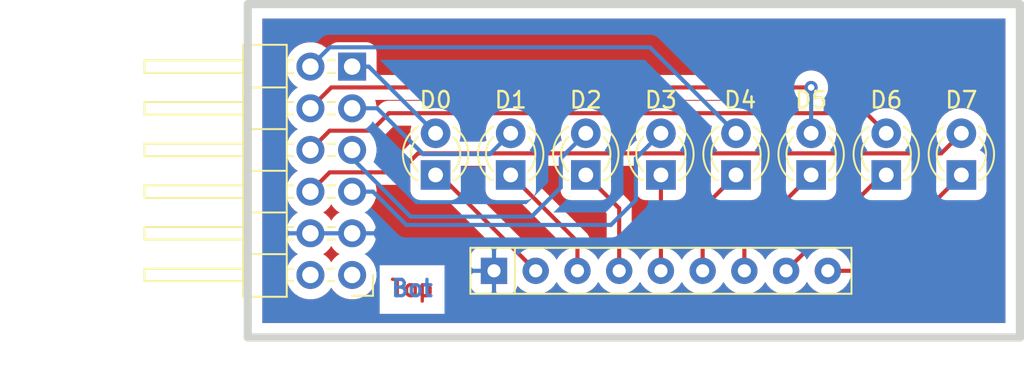
<source format=kicad_pcb>
(kicad_pcb (version 20221018) (generator pcbnew)
  (title_block (title "LED-Pmod") (date "2021-03-07") (rev "1.0") (company "Kampis-Elektroecke") (comment 4 "Author: Ing. Daniel Kampert"))
  (layers (0 "F.Cu" signal) (31 "B.Cu" signal) (34 "B.Paste" user) (35 "F.Paste" user) (36 "B.SilkS" user "B.Silkscreen") (37 "F.SilkS" user "F.Silkscreen") (38 "B.Mask" user) (39 "F.Mask" user) (44 "Edge.Cuts" user))
  (net 0 "")
  (net 1 "Net-(X1-Pad6)")
  (net 2 "Net-(X1-Pad12)")
  (net 3 "Net-(D1-Pad2)")
  (net 4 "Net-(D1-Pad1)")
  (net 5 "Net-(D2-Pad2)")
  (net 6 "Net-(D2-Pad1)")
  (net 7 "Net-(D3-Pad2)")
  (net 8 "Net-(D3-Pad1)")
  (net 9 "Net-(D4-Pad2)")
  (net 10 "Net-(D4-Pad1)")
  (net 11 "Net-(D5-Pad2)")
  (net 12 "Net-(D5-Pad1)")
  (net 13 "Net-(D6-Pad2)")
  (net 14 "Net-(D6-Pad1)")
  (net 15 "Net-(D7-Pad2)")
  (net 16 "Net-(D7-Pad1)")
  (net 17 "Net-(D8-Pad2)")
  (net 18 "Net-(D8-Pad1)")
  (net 19 "GND")
  (footprint "LED_THT:LED_D3.0mm" (layer "F.Cu") (at 150.43 94.094 90)
    (fp_text reference "D1")
    (fp_text value "~")
    (fp_line (start -0.29 -1.236) (end -0.29 -1.08) (stroke (width 0.12)) (layer "F.SilkS"))
    (fp_line (start -0.29 1.08) (end -0.29 1.236) (stroke (width 0.12)) (layer "F.SilkS"))
    (fp_arc (start -0.29 -1.235516) (mid 1.366487 -1.987659) (end 2.942335 -1.078608) (stroke (width 0.12)) (layer "F.SilkS"))
    (fp_arc (start 0.229039 -1.08) (mid 1.270117 -1.5) (end 2.31113 -1.079837) (stroke (width 0.12)) (layer "F.SilkS"))
    (fp_arc (start 2.31113 1.079837) (mid 1.270117 1.5) (end 0.229039 1.08) (stroke (width 0.12)) (layer "F.SilkS"))
    (fp_arc (start 2.942335 1.078608) (mid 1.366487 1.987659) (end -0.29 1.235516) (stroke (width 0.12)) (layer "F.SilkS"))
    (pad "1" thru_hole rect (at 0 0 90) (size 1.8 1.8) (drill 0.9) (layers "*.Cu" "*.Mask") (net 4 "Net-(D1-Pad1)"))
    (pad "2" thru_hole circle (at 2.54 0 90) (size 1.8 1.8) (drill 0.9) (layers "*.Cu" "*.Mask") (net 3 "Net-(D1-Pad2)"))
  )
  (footprint "LED_THT:LED_D3.0mm" (layer "F.Cu") (at 155.002 94.094 90)
    (fp_text reference "D2")
    (fp_text value "~")
    (fp_line (start -0.29 -1.236) (end -0.29 -1.08) (stroke (width 0.12)) (layer "F.SilkS"))
    (fp_line (start -0.29 1.08) (end -0.29 1.236) (stroke (width 0.12)) (layer "F.SilkS"))
    (fp_arc (start -0.29 -1.235516) (mid 1.366487 -1.987659) (end 2.942335 -1.078608) (stroke (width 0.12)) (layer "F.SilkS"))
    (fp_arc (start 0.229039 -1.08) (mid 1.270117 -1.5) (end 2.31113 -1.079837) (stroke (width 0.12)) (layer "F.SilkS"))
    (fp_arc (start 2.31113 1.079837) (mid 1.270117 1.5) (end 0.229039 1.08) (stroke (width 0.12)) (layer "F.SilkS"))
    (fp_arc (start 2.942335 1.078608) (mid 1.366487 1.987659) (end -0.29 1.235516) (stroke (width 0.12)) (layer "F.SilkS"))
    (pad "1" thru_hole rect (at 0 0 90) (size 1.8 1.8) (drill 0.9) (layers "*.Cu" "*.Mask") (net 6 "Net-(D2-Pad1)"))
    (pad "2" thru_hole circle (at 2.54 0 90) (size 1.8 1.8) (drill 0.9) (layers "*.Cu" "*.Mask") (net 5 "Net-(D2-Pad2)"))
  )
  (footprint "LED_THT:LED_D3.0mm" (layer "F.Cu") (at 159.574 94.094 90)
    (fp_text reference "D3")
    (fp_text value "~")
    (fp_line (start -0.29 -1.236) (end -0.29 -1.08) (stroke (width 0.12)) (layer "F.SilkS"))
    (fp_line (start -0.29 1.08) (end -0.29 1.236) (stroke (width 0.12)) (layer "F.SilkS"))
    (fp_arc (start -0.29 -1.235516) (mid 1.366487 -1.987659) (end 2.942335 -1.078608) (stroke (width 0.12)) (layer "F.SilkS"))
    (fp_arc (start 0.229039 -1.08) (mid 1.270117 -1.5) (end 2.31113 -1.079837) (stroke (width 0.12)) (layer "F.SilkS"))
    (fp_arc (start 2.31113 1.079837) (mid 1.270117 1.5) (end 0.229039 1.08) (stroke (width 0.12)) (layer "F.SilkS"))
    (fp_arc (start 2.942335 1.078608) (mid 1.366487 1.987659) (end -0.29 1.235516) (stroke (width 0.12)) (layer "F.SilkS"))
    (pad "1" thru_hole rect (at 0 0 90) (size 1.8 1.8) (drill 0.9) (layers "*.Cu" "*.Mask") (net 8 "Net-(D3-Pad1)"))
    (pad "2" thru_hole circle (at 2.54 0 90) (size 1.8 1.8) (drill 0.9) (layers "*.Cu" "*.Mask") (net 7 "Net-(D3-Pad2)"))
  )
  (footprint "LED_THT:LED_D3.0mm" (layer "F.Cu") (at 164.146 94.094 90)
    (fp_text reference "D4")
    (fp_text value "~")
    (fp_line (start -0.29 -1.236) (end -0.29 -1.08) (stroke (width 0.12)) (layer "F.SilkS"))
    (fp_line (start -0.29 1.08) (end -0.29 1.236) (stroke (width 0.12)) (layer "F.SilkS"))
    (fp_arc (start -0.29 -1.235516) (mid 1.366487 -1.987659) (end 2.942335 -1.078608) (stroke (width 0.12)) (layer "F.SilkS"))
    (fp_arc (start 0.229039 -1.08) (mid 1.270117 -1.5) (end 2.31113 -1.079837) (stroke (width 0.12)) (layer "F.SilkS"))
    (fp_arc (start 2.31113 1.079837) (mid 1.270117 1.5) (end 0.229039 1.08) (stroke (width 0.12)) (layer "F.SilkS"))
    (fp_arc (start 2.942335 1.078608) (mid 1.366487 1.987659) (end -0.29 1.235516) (stroke (width 0.12)) (layer "F.SilkS"))
    (pad "1" thru_hole rect (at 0 0 90) (size 1.8 1.8) (drill 0.9) (layers "*.Cu" "*.Mask") (net 10 "Net-(D4-Pad1)"))
    (pad "2" thru_hole circle (at 2.54 0 90) (size 1.8 1.8) (drill 0.9) (layers "*.Cu" "*.Mask") (net 9 "Net-(D4-Pad2)"))
  )
  (footprint "LED_THT:LED_D3.0mm" (layer "F.Cu") (at 168.718 94.094 90)
    (fp_text reference "D5")
    (fp_text value "~")
    (fp_line (start -0.29 -1.236) (end -0.29 -1.08) (stroke (width 0.12)) (layer "F.SilkS"))
    (fp_line (start -0.29 1.08) (end -0.29 1.236) (stroke (width 0.12)) (layer "F.SilkS"))
    (fp_arc (start -0.29 -1.235516) (mid 1.366487 -1.987659) (end 2.942335 -1.078608) (stroke (width 0.12)) (layer "F.SilkS"))
    (fp_arc (start 0.229039 -1.08) (mid 1.270117 -1.5) (end 2.31113 -1.079837) (stroke (width 0.12)) (layer "F.SilkS"))
    (fp_arc (start 2.31113 1.079837) (mid 1.270117 1.5) (end 0.229039 1.08) (stroke (width 0.12)) (layer "F.SilkS"))
    (fp_arc (start 2.942335 1.078608) (mid 1.366487 1.987659) (end -0.29 1.235516) (stroke (width 0.12)) (layer "F.SilkS"))
    (pad "1" thru_hole rect (at 0 0 90) (size 1.8 1.8) (drill 0.9) (layers "*.Cu" "*.Mask") (net 12 "Net-(D5-Pad1)"))
    (pad "2" thru_hole circle (at 2.54 0 90) (size 1.8 1.8) (drill 0.9) (layers "*.Cu" "*.Mask") (net 11 "Net-(D5-Pad2)"))
  )
  (footprint "LED_THT:LED_D3.0mm" (layer "F.Cu") (at 173.29 94.094 90)
    (fp_text reference "D6")
    (fp_text value "~")
    (fp_line (start -0.29 -1.236) (end -0.29 -1.08) (stroke (width 0.12)) (layer "F.SilkS"))
    (fp_line (start -0.29 1.08) (end -0.29 1.236) (stroke (width 0.12)) (layer "F.SilkS"))
    (fp_arc (start -0.29 -1.235516) (mid 1.366487 -1.987659) (end 2.942335 -1.078608) (stroke (width 0.12)) (layer "F.SilkS"))
    (fp_arc (start 0.229039 -1.08) (mid 1.270117 -1.5) (end 2.31113 -1.079837) (stroke (width 0.12)) (layer "F.SilkS"))
    (fp_arc (start 2.31113 1.079837) (mid 1.270117 1.5) (end 0.229039 1.08) (stroke (width 0.12)) (layer "F.SilkS"))
    (fp_arc (start 2.942335 1.078608) (mid 1.366487 1.987659) (end -0.29 1.235516) (stroke (width 0.12)) (layer "F.SilkS"))
    (pad "1" thru_hole rect (at 0 0 90) (size 1.8 1.8) (drill 0.9) (layers "*.Cu" "*.Mask") (net 14 "Net-(D6-Pad1)"))
    (pad "2" thru_hole circle (at 2.54 0 90) (size 1.8 1.8) (drill 0.9) (layers "*.Cu" "*.Mask") (net 13 "Net-(D6-Pad2)"))
  )
  (footprint "LED_THT:LED_D3.0mm" (layer "F.Cu") (at 177.862 94.094 90)
    (fp_text reference "D7")
    (fp_text value "~")
    (fp_line (start -0.29 -1.236) (end -0.29 -1.08) (stroke (width 0.12)) (layer "F.SilkS"))
    (fp_line (start -0.29 1.08) (end -0.29 1.236) (stroke (width 0.12)) (layer "F.SilkS"))
    (fp_arc (start -0.29 -1.235516) (mid 1.366487 -1.987659) (end 2.942335 -1.078608) (stroke (width 0.12)) (layer "F.SilkS"))
    (fp_arc (start 0.229039 -1.08) (mid 1.270117 -1.5) (end 2.31113 -1.079837) (stroke (width 0.12)) (layer "F.SilkS"))
    (fp_arc (start 2.31113 1.079837) (mid 1.270117 1.5) (end 0.229039 1.08) (stroke (width 0.12)) (layer "F.SilkS"))
    (fp_arc (start 2.942335 1.078608) (mid 1.366487 1.987659) (end -0.29 1.235516) (stroke (width 0.12)) (layer "F.SilkS"))
    (pad "1" thru_hole rect (at 0 0 90) (size 1.8 1.8) (drill 0.9) (layers "*.Cu" "*.Mask") (net 16 "Net-(D7-Pad1)"))
    (pad "2" thru_hole circle (at 2.54 0 90) (size 1.8 1.8) (drill 0.9) (layers "*.Cu" "*.Mask") (net 15 "Net-(D7-Pad2)"))
  )
  (footprint "LED_THT:LED_D3.0mm" (layer "F.Cu") (at 182.434 94.094 90)
    (fp_text reference "D8")
    (fp_text value "~")
    (fp_line (start -0.29 -1.236) (end -0.29 -1.08) (stroke (width 0.12)) (layer "F.SilkS"))
    (fp_line (start -0.29 1.08) (end -0.29 1.236) (stroke (width 0.12)) (layer "F.SilkS"))
    (fp_arc (start -0.29 -1.235516) (mid 1.366487 -1.987659) (end 2.942335 -1.078608) (stroke (width 0.12)) (layer "F.SilkS"))
    (fp_arc (start 0.229039 -1.08) (mid 1.270117 -1.5) (end 2.31113 -1.079837) (stroke (width 0.12)) (layer "F.SilkS"))
    (fp_arc (start 2.31113 1.079837) (mid 1.270117 1.5) (end 0.229039 1.08) (stroke (width 0.12)) (layer "F.SilkS"))
    (fp_arc (start 2.942335 1.078608) (mid 1.366487 1.987659) (end -0.29 1.235516) (stroke (width 0.12)) (layer "F.SilkS"))
    (pad "1" thru_hole rect (at 0 0 90) (size 1.8 1.8) (drill 0.9) (layers "*.Cu" "*.Mask") (net 18 "Net-(D8-Pad1)"))
    (pad "2" thru_hole circle (at 2.54 0 90) (size 1.8 1.8) (drill 0.9) (layers "*.Cu" "*.Mask") (net 17 "Net-(D8-Pad2)"))
  )
  (footprint "Digilent:Pmod-Header-2x06" (layer "F.Cu") (at 144.08 93.84)
    (fp_text reference "X1" hide)
    (fp_text value "~" hide)
    (fp_line (start -11.37 -6.73) (end -5.37 -6.73) (stroke (width 0.12)) (layer "F.SilkS"))
    (fp_line (start -11.37 -5.97) (end -11.37 -6.73) (stroke (width 0.12)) (layer "F.SilkS"))
    (fp_line (start -11.37 -4.19) (end -5.37 -4.19) (stroke (width 0.12)) (layer "F.SilkS"))
    (fp_line (start -11.37 -3.43) (end -11.37 -4.19) (stroke (width 0.12)) (layer "F.SilkS"))
    (fp_line (start -11.37 -1.65) (end -5.37 -1.65) (stroke (width 0.12)) (layer "F.SilkS"))
    (fp_line (start -11.37 -0.89) (end -11.37 -1.65) (stroke (width 0.12)) (layer "F.SilkS"))
    (fp_line (start -11.37 0.89) (end -5.37 0.89) (stroke (width 0.12)) (layer "F.SilkS"))
    (fp_line (start -11.37 1.65) (end -11.37 0.89) (stroke (width 0.12)) (layer "F.SilkS"))
    (fp_line (start -11.37 3.43) (end -5.37 3.43) (stroke (width 0.12)) (layer "F.SilkS"))
    (fp_line (start -11.37 4.19) (end -11.37 3.43) (stroke (width 0.12)) (layer "F.SilkS"))
    (fp_line (start -11.37 5.97) (end -5.37 5.97) (stroke (width 0.12)) (layer "F.SilkS"))
    (fp_line (start -11.37 6.73) (end -11.37 5.97) (stroke (width 0.12)) (layer "F.SilkS"))
    (fp_line (start -5.37 -7.68) (end -5.37 7.68) (stroke (width 0.12)) (layer "F.SilkS"))
    (fp_line (start -5.37 -5.97) (end -11.37 -5.97) (stroke (width 0.12)) (layer "F.SilkS"))
    (fp_line (start -5.37 -3.43) (end -11.37 -3.43) (stroke (width 0.12)) (layer "F.SilkS"))
    (fp_line (start -5.37 -0.89) (end -11.37 -0.89) (stroke (width 0.12)) (layer "F.SilkS"))
    (fp_line (start -5.37 1.65) (end -11.37 1.65) (stroke (width 0.12)) (layer "F.SilkS"))
    (fp_line (start -5.37 4.19) (end -11.37 4.19) (stroke (width 0.12)) (layer "F.SilkS"))
    (fp_line (start -5.37 6.73) (end -11.37 6.73) (stroke (width 0.12)) (layer "F.SilkS"))
    (fp_line (start -5.37 7.68) (end -2.71 7.68) (stroke (width 0.12)) (layer "F.SilkS"))
    (fp_line (start -2.71 -7.68) (end -5.37 -7.68) (stroke (width 0.12)) (layer "F.SilkS"))
    (fp_line (start -2.71 -5.08) (end -5.37 -5.08) (stroke (width 0.12)) (layer "F.SilkS"))
    (fp_line (start -2.71 -2.54) (end -5.37 -2.54) (stroke (width 0.12)) (layer "F.SilkS"))
    (fp_line (start -2.71 0) (end -5.37 0) (stroke (width 0.12)) (layer "F.SilkS"))
    (fp_line (start -2.71 2.54) (end -5.37 2.54) (stroke (width 0.12)) (layer "F.SilkS"))
    (fp_line (start -2.71 5.08) (end -5.37 5.08) (stroke (width 0.12)) (layer "F.SilkS"))
    (fp_line (start -2.71 7.68) (end -2.71 -7.68) (stroke (width 0.12)) (layer "F.SilkS"))
    (fp_line (start -2.312929 -6.73) (end -2.71 -6.73) (stroke (width 0.12)) (layer "F.SilkS"))
    (fp_line (start -2.312929 -5.97) (end -2.71 -5.97) (stroke (width 0.12)) (layer "F.SilkS"))
    (fp_line (start -2.312929 -4.19) (end -2.71 -4.19) (stroke (width 0.12)) (layer "F.SilkS"))
    (fp_line (start -2.312929 -3.43) (end -2.71 -3.43) (stroke (width 0.12)) (layer "F.SilkS"))
    (fp_line (start -2.312929 -1.65) (end -2.71 -1.65) (stroke (width 0.12)) (layer "F.SilkS"))
    (fp_line (start -2.312929 -0.89) (end -2.71 -0.89) (stroke (width 0.12)) (layer "F.SilkS"))
    (fp_line (start -2.312929 0.89) (end -2.71 0.89) (stroke (width 0.12)) (layer "F.SilkS"))
    (fp_line (start -2.312929 1.65) (end -2.71 1.65) (stroke (width 0.12)) (layer "F.SilkS"))
    (fp_line (start -2.312929 3.43) (end -2.71 3.43) (stroke (width 0.12)) (layer "F.SilkS"))
    (fp_line (start -2.312929 4.19) (end -2.71 4.19) (stroke (width 0.12)) (layer "F.SilkS"))
    (fp_line (start -2.312929 5.97) (end -2.71 5.97) (stroke (width 0.12)) (layer "F.SilkS"))
    (fp_line (start -2.312929 6.73) (end -2.71 6.73) (stroke (width 0.12)) (layer "F.SilkS"))
    (fp_line (start 0.16 5.97) (end -0.227071 5.97) (stroke (width 0.12)) (layer "F.SilkS"))
    (fp_line (start 0.16 6.73) (end -0.227071 6.73) (stroke (width 0.12)) (layer "F.SilkS"))
    (fp_line (start 0.227071 -6.73) (end -0.227071 -6.73) (stroke (width 0.12)) (layer "F.SilkS"))
    (fp_line (start 0.227071 -5.97) (end -0.227071 -5.97) (stroke (width 0.12)) (layer "F.SilkS"))
    (fp_line (start 0.227071 -4.19) (end -0.227071 -4.19) (stroke (width 0.12)) (layer "F.SilkS"))
    (fp_line (start 0.227071 -3.43) (end -0.227071 -3.43) (stroke (width 0.12)) (layer "F.SilkS"))
    (fp_line (start 0.227071 -1.65) (end -0.227071 -1.65) (stroke (width 0.12)) (layer "F.SilkS"))
    (fp_line (start 0.227071 -0.89) (end -0.227071 -0.89) (stroke (width 0.12)) (layer "F.SilkS"))
    (fp_line (start 0.227071 0.89) (end -0.227071 0.89) (stroke (width 0.12)) (layer "F.SilkS"))
    (fp_line (start 0.227071 1.65) (end -0.227071 1.65) (stroke (width 0.12)) (layer "F.SilkS"))
    (fp_line (start 0.227071 3.43) (end -0.227071 3.43) (stroke (width 0.12)) (layer "F.SilkS"))
    (fp_line (start 0.227071 4.19) (end -0.227071 4.19) (stroke (width 0.12)) (layer "F.SilkS"))
    (fp_line (start 2.54 6.35) (end 2.54 7.62) (stroke (width 0.12)) (layer "F.SilkS"))
    (fp_line (start 2.54 7.62) (end 1.27 7.62) (stroke (width 0.12)) (layer "F.SilkS"))
    (pad "1" thru_hole rect locked (at 1.27 -6.35 180) (size 1.7 1.7) (drill 1) (layers "*.Cu" "*.Mask") (net 3 "Net-(D1-Pad2)"))
    (pad "2" thru_hole oval locked (at 1.27 -3.81 180) (size 1.7 1.7) (drill 1) (layers "*.Cu" "*.Mask") (net 5 "Net-(D2-Pad2)"))
    (pad "3" thru_hole oval locked (at 1.27 -1.27 180) (size 1.7 1.7) (drill 1) (layers "*.Cu" "*.Mask") (net 7 "Net-(D3-Pad2)"))
    (pad "4" thru_hole oval locked (at 1.27 1.27 180) (size 1.7 1.7) (drill 1) (layers "*.Cu" "*.Mask") (net 9 "Net-(D4-Pad2)"))
    (pad "5" thru_hole oval locked (at 1.27 3.81 180) (size 1.7 1.7) (drill 1) (layers "*.Cu" "*.Mask") (net 19 "GND"))
    (pad "6" thru_hole oval locked (at 1.27 6.35 180) (size 1.7 1.7) (drill 1) (layers "*.Cu" "*.Mask") (net 1 "Net-(X1-Pad6)"))
    (pad "7" thru_hole oval locked (at -1.27 -6.35 180) (size 1.7 1.7) (drill 1) (layers "*.Cu" "*.Mask") (net 11 "Net-(D5-Pad2)"))
    (pad "8" thru_hole oval locked (at -1.27 -3.81 180) (size 1.7 1.7) (drill 1) (layers "*.Cu" "*.Mask") (net 13 "Net-(D6-Pad2)"))
    (pad "9" thru_hole oval locked (at -1.27 -1.27 180) (size 1.7 1.7) (drill 1) (layers "*.Cu" "*.Mask") (net 15 "Net-(D7-Pad2)"))
    (pad "10" thru_hole oval locked (at -1.27 1.27 180) (size 1.7 1.7) (drill 1) (layers "*.Cu" "*.Mask") (net 17 "Net-(D8-Pad2)"))
    (pad "11" thru_hole oval locked (at -1.27 3.81 180) (size 1.7 1.7) (drill 1) (layers "*.Cu" "*.Mask") (net 19 "GND"))
    (pad "12" thru_hole oval locked (at -1.27 6.35 180) (size 1.7 1.7) (drill 1) (layers "*.Cu" "*.Mask") (net 2 "Net-(X1-Pad12)"))
  )
  (footprint "Resistor_THT:R_Array_SIP9" (layer "F.Cu") (at 153.986 99.936)
    (fp_text reference "R1" hide)
    (fp_text value "390R" hide)
    (fp_line (start -1.44 -1.4) (end -1.44 1.4) (stroke (width 0.12)) (layer "F.SilkS"))
    (fp_line (start -1.44 1.4) (end 21.76 1.4) (stroke (width 0.12)) (layer "F.SilkS"))
    (fp_line (start 1.27 -1.4) (end 1.27 1.4) (stroke (width 0.12)) (layer "F.SilkS"))
    (fp_line (start 21.76 -1.4) (end -1.44 -1.4) (stroke (width 0.12)) (layer "F.SilkS"))
    (fp_line (start 21.76 1.4) (end 21.76 -1.4) (stroke (width 0.12)) (layer "F.SilkS"))
    (pad "1" thru_hole rect (at 0 0) (size 1.6 1.6) (drill 0.8) (layers "*.Cu" "*.Mask") (net 19 "GND"))
    (pad "2" thru_hole oval (at 2.54 0) (size 1.6 1.6) (drill 0.8) (layers "*.Cu" "*.Mask") (net 4 "Net-(D1-Pad1)"))
    (pad "3" thru_hole oval (at 5.08 0) (size 1.6 1.6) (drill 0.8) (layers "*.Cu" "*.Mask") (net 6 "Net-(D2-Pad1)"))
    (pad "4" thru_hole oval (at 7.62 0) (size 1.6 1.6) (drill 0.8) (layers "*.Cu" "*.Mask") (net 8 "Net-(D3-Pad1)"))
    (pad "5" thru_hole oval (at 10.16 0) (size 1.6 1.6) (drill 0.8) (layers "*.Cu" "*.Mask") (net 10 "Net-(D4-Pad1)"))
    (pad "6" thru_hole oval (at 12.7 0) (size 1.6 1.6) (drill 0.8) (layers "*.Cu" "*.Mask") (net 12 "Net-(D5-Pad1)"))
    (pad "7" thru_hole oval (at 15.24 0) (size 1.6 1.6) (drill 0.8) (layers "*.Cu" "*.Mask") (net 14 "Net-(D6-Pad1)"))
    (pad "8" thru_hole oval (at 17.78 0) (size 1.6 1.6) (drill 0.8) (layers "*.Cu" "*.Mask") (net 16 "Net-(D7-Pad1)"))
    (pad "9" thru_hole oval (at 20.32 0) (size 1.6 1.6) (drill 0.8) (layers "*.Cu" "*.Mask") (net 18 "Net-(D8-Pad1)"))
  )
  (gr_line (start 139 104) (end 139 83.68) (stroke (width 0.5)) (layer "Edge.Cuts"))
  (gr_line (start 186 104) (end 186 83.68) (stroke (width 0.5)) (layer "Edge.Cuts"))
  (gr_line (start 186 104) (end 139 104) (stroke (width 0.5)) (layer "Edge.Cuts"))
  (gr_line (start 139 83.68) (end 186 83.68) (stroke (width 0.5)) (layer "Edge.Cuts"))
  (gr_text "1.0" (at 181 101) (layer "F.Cu") (effects (font (size 1 1) (thickness 0.2))))
  (gr_text "Top" (at 149 101) (layer "F.Cu") (effects (font (size 1 1) (thickness 0.2))))
  (gr_text "Bot" (at 149 101) (layer "B.Cu") (effects (font (size 1 1) (thickness 0.2))))
  (gr_text "D0" (at 150.43 89.522) (layer "F.SilkS") (effects (font (size 1 1))))
  (gr_text "D5" (at 173.29 89.522) (layer "F.SilkS") (effects (font (size 1 1))))
  (gr_text "D7" (at 182.434 89.522) (layer "F.SilkS") (effects (font (size 1 1))))
  (gr_text "D4" (at 168.972 89.522) (layer "F.SilkS") (effects (font (size 1 1))))
  (gr_text "D1" (at 155.002 89.522) (layer "F.SilkS") (effects (font (size 1 1))))
  (gr_text "D3" (at 164.146 89.522) (layer "F.SilkS") (effects (font (size 1 1))))
  (gr_text "D2" (at 159.574 89.522) (layer "F.SilkS") (effects (font (size 1 1))))
  (gr_text "D6" (at 177.862 89.522) (layer "F.SilkS") (effects (font (size 1 1))))
  (segment (start 145.35 87.49) (end 146.366 87.49) (width 0.25) (layer "B.Cu") (net 3))
  (segment (start 146.366 87.49) (end 150.43 91.554) (width 0.25) (layer "B.Cu") (net 3))
  (segment (start 150.684 94.094) (end 150.43 94.094) (width 0.25) (layer "F.Cu") (net 4))
  (segment (start 156.526 99.936) (end 150.684 94.094) (width 0.25) (layer "F.Cu") (net 4))
  (segment (start 153.732 92.824) (end 155.002 91.554) (width 0.25) (layer "B.Cu") (net 5))
  (segment (start 145.35 90.03) (end 146.874 90.03) (width 0.25) (layer "B.Cu") (net 5))
  (segment (start 149.668 92.824) (end 153.732 92.824) (width 0.25) (layer "B.Cu") (net 5))
  (segment (start 146.874 90.03) (end 149.668 92.824) (width 0.25) (layer "B.Cu") (net 5))
  (segment (start 159.066 98.158) (end 155.002 94.094) (width 0.25) (layer "F.Cu") (net 6))
  (segment (start 159.066 99.936) (end 159.066 98.158) (width 0.25) (layer "F.Cu") (net 6))
  (segment (start 158.05 93.078) (end 159.574 91.554) (width 0.25) (layer "B.Cu") (net 7))
  (segment (start 145.35 92.57) (end 145.35 93.078) (width 0.25) (layer "B.Cu") (net 7))
  (segment (start 148.906 96.634) (end 156.272 96.634) (width 0.25) (layer "B.Cu") (net 7))
  (segment (start 156.272 96.634) (end 158.05 94.856) (width 0.25) (layer "B.Cu") (net 7))
  (segment (start 158.05 94.856) (end 158.05 93.078) (width 0.25) (layer "B.Cu") (net 7))
  (segment (start 145.35 93.078) (end 148.906 96.634) (width 0.25) (layer "B.Cu") (net 7))
  (segment (start 161.606 99.936) (end 161.606 96.126) (width 0.25) (layer "F.Cu") (net 8))
  (segment (start 161.606 96.126) (end 159.574 94.094) (width 0.25) (layer "F.Cu") (net 8))
  (segment (start 145.35 95.11) (end 146.62 95.11) (width 0.25) (layer "B.Cu") (net 9))
  (segment (start 148.652 97.142) (end 161.098 97.142) (width 0.25) (layer "B.Cu") (net 9))
  (segment (start 162.622 93.078) (end 163.384 92.316) (width 0.25) (layer "B.Cu") (net 9))
  (segment (start 146.62 95.11) (end 148.652 97.142) (width 0.25) (layer "B.Cu") (net 9))
  (segment (start 162.622 95.618) (end 162.622 93.078) (width 0.25) (layer "B.Cu") (net 9))
  (segment (start 163.384 92.316) (end 164.146 91.554) (width 0.25) (layer "B.Cu") (net 9))
  (segment (start 161.098 97.142) (end 162.622 95.618) (width 0.25) (layer "B.Cu") (net 9))
  (segment (start 164.146 99.936) (end 164.146 94.094) (width 0.25) (layer "F.Cu") (net 10))
  (segment (start 142.81 87.49) (end 143.985001 86.314999) (width 0.25) (layer "B.Cu") (net 11))
  (segment (start 163.478999 86.314999) (end 168.718 91.554) (width 0.25) (layer "B.Cu") (net 11))
  (segment (start 143.985001 86.314999) (end 163.478999 86.314999) (width 0.25) (layer "B.Cu") (net 11))
  (segment (start 166.686 99.936) (end 166.686 96.126) (width 0.25) (layer "F.Cu") (net 12))
  (segment (start 166.686 96.126) (end 168.718 94.094) (width 0.25) (layer "F.Cu") (net 12))
  (segment (start 144.08 88.76) (end 173.29 88.76) (width 0.25) (layer "F.Cu") (net 13))
  (segment (start 142.81 90.03) (end 144.08 88.76) (width 0.25) (layer "F.Cu") (net 13))
  (via (at 173.29 88.76) (size 0.8) (drill 0.4) (layers "F.Cu" "B.Cu") (net 13))
  (segment (start 173.29 88.76) (end 173.29 91.554) (width 0.25) (layer "B.Cu") (net 13))
  (segment (start 169.226 99.936) (end 169.226 98.158) (width 0.25) (layer "F.Cu") (net 14))
  (segment (start 169.226 98.158) (end 173.29 94.094) (width 0.25) (layer "F.Cu") (net 14))
  (segment (start 176.636999 90.328999) (end 177.862 91.554) (width 0.25) (layer "F.Cu") (net 15))
  (segment (start 142.81 92.57) (end 143.985001 91.394999) (width 0.25) (layer "F.Cu") (net 15))
  (segment (start 147.591001 90.328999) (end 176.636999 90.328999) (width 0.25) (layer "F.Cu") (net 15))
  (segment (start 146.525001 91.394999) (end 147.591001 90.328999) (width 0.25) (layer "F.Cu") (net 15))
  (segment (start 143.985001 91.394999) (end 146.525001 91.394999) (width 0.25) (layer "F.Cu") (net 15))
  (segment (start 177.608 94.094) (end 177.862 94.094) (width 0.25) (layer "F.Cu") (net 16))
  (segment (start 171.766 99.936) (end 177.608 94.094) (width 0.25) (layer "F.Cu") (net 16))
  (segment (start 181.208999 92.779001) (end 182.434 91.554) (width 0.25) (layer "F.Cu") (net 17))
  (segment (start 149.359997 92.779001) (end 181.208999 92.779001) (width 0.25) (layer "F.Cu") (net 17))
  (segment (start 148.203999 93.934999) (end 149.359997 92.779001) (width 0.25) (layer "F.Cu") (net 17))
  (segment (start 143.985001 93.934999) (end 148.203999 93.934999) (width 0.25) (layer "F.Cu") (net 17))
  (segment (start 142.81 95.11) (end 143.985001 93.934999) (width 0.25) (layer "F.Cu") (net 17))
  (segment (start 176.592 99.936) (end 182.434 94.094) (width 0.25) (layer "F.Cu") (net 18))
  (segment (start 174.306 99.936) (end 176.592 99.936) (width 0.25) (layer "F.Cu") (net 18))
  (zone (net 0) (net_name "") (layer "F.Cu") (connect_pads (clearance 0.508)) (min_thickness 0.254) (fill yes (thermal_gap 0.508) (thermal_bridge_width 0.508))
    (polygon (pts (xy 185.99 104) (xy 139 104) (xy 139 83.68) (xy 185.99 83.68)))
  )
  (zone (net 19) (net_name "GND") (layer "B.Cu") (connect_pads (clearance 0.508)) (min_thickness 0.254) (fill yes (thermal_gap 0.508) (thermal_bridge_width 0.508))
    (polygon (pts (xy 185.99 104) (xy 139 104) (xy 139 83.68) (xy 185.99 83.68)))
  )
)
</source>
